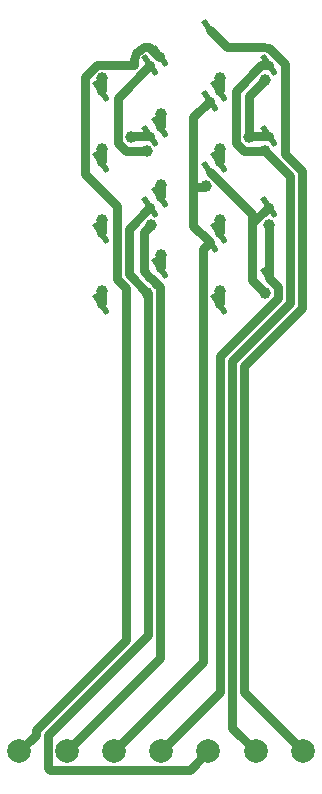
<source format=gbr>
%TF.GenerationSoftware,KiCad,Pcbnew,7.0.1*%
%TF.CreationDate,2024-10-11T19:42:49-04:00*%
%TF.ProjectId,PESTFlex,50455354-466c-4657-982e-6b696361645f,rev?*%
%TF.SameCoordinates,Original*%
%TF.FileFunction,Copper,L1,Top*%
%TF.FilePolarity,Positive*%
%FSLAX46Y46*%
G04 Gerber Fmt 4.6, Leading zero omitted, Abs format (unit mm)*
G04 Created by KiCad (PCBNEW 7.0.1) date 2024-10-11 19:42:49*
%MOMM*%
%LPD*%
G01*
G04 APERTURE LIST*
G04 Aperture macros list*
%AMRoundRect*
0 Rectangle with rounded corners*
0 $1 Rounding radius*
0 $2 $3 $4 $5 $6 $7 $8 $9 X,Y pos of 4 corners*
0 Add a 4 corners polygon primitive as box body*
4,1,4,$2,$3,$4,$5,$6,$7,$8,$9,$2,$3,0*
0 Add four circle primitives for the rounded corners*
1,1,$1+$1,$2,$3*
1,1,$1+$1,$4,$5*
1,1,$1+$1,$6,$7*
1,1,$1+$1,$8,$9*
0 Add four rect primitives between the rounded corners*
20,1,$1+$1,$2,$3,$4,$5,0*
20,1,$1+$1,$4,$5,$6,$7,0*
20,1,$1+$1,$6,$7,$8,$9,0*
20,1,$1+$1,$8,$9,$2,$3,0*%
G04 Aperture macros list end*
%TA.AperFunction,SMDPad,CuDef*%
%ADD10RoundRect,0.125000X-0.604273X0.645061X0.399485X-0.788455X0.604273X-0.645061X-0.399485X0.788455X0*%
%TD*%
%TA.AperFunction,SMDPad,CuDef*%
%ADD11C,2.000000*%
%TD*%
%TA.AperFunction,ViaPad*%
%ADD12C,1.000000*%
%TD*%
%TA.AperFunction,Conductor*%
%ADD13C,0.800000*%
%TD*%
G04 APERTURE END LIST*
D10*
%TO.P,L3,1,1*%
%TO.N,/X0*%
X37088889Y-27903577D03*
%TO.P,L3,2,2*%
%TO.N,Net-(D3-A)*%
X32911111Y-30096423D03*
%TD*%
%TO.P,L1,1,1*%
%TO.N,/Y0*%
X37088889Y-21903577D03*
%TO.P,L1,2,2*%
%TO.N,Net-(D1-A)*%
X32911111Y-24096423D03*
%TD*%
%TO.P,L8,1,1*%
%TO.N,/Y1*%
X47088889Y-33903577D03*
%TO.P,L8,2,2*%
%TO.N,Net-(D8-A)*%
X42911111Y-36096423D03*
%TD*%
%TO.P,L9,1,1*%
%TO.N,/X0*%
X37088889Y-39903577D03*
%TO.P,L9,2,2*%
%TO.N,Net-(D9-A)*%
X32911111Y-42096423D03*
%TD*%
%TO.P,L6,1,1*%
%TO.N,/Y1*%
X37088889Y-33903577D03*
%TO.P,L6,2,2*%
%TO.N,Net-(D6-A)*%
X32911111Y-36096423D03*
%TD*%
%TO.P,L4,1,1*%
%TO.N,/X1*%
X42088889Y-24903577D03*
%TO.P,L4,2,2*%
%TO.N,Net-(D4-A)*%
X37911111Y-27096423D03*
%TD*%
%TO.P,L10,1,1*%
%TO.N,/X1*%
X42088889Y-36903577D03*
%TO.P,L10,2,2*%
%TO.N,Net-(D10-A)*%
X37911111Y-39096423D03*
%TD*%
%TO.P,L11,1,1*%
%TO.N,/X2*%
X47088889Y-39903577D03*
%TO.P,L11,2,2*%
%TO.N,Net-(D11-A)*%
X42911111Y-42096423D03*
%TD*%
%TO.P,L5,1,1*%
%TO.N,/X2*%
X47088889Y-27903577D03*
%TO.P,L5,2,2*%
%TO.N,Net-(D5-A)*%
X42911111Y-30096423D03*
%TD*%
%TO.P,L12,1,1*%
%TO.N,/A0*%
X42088889Y-18903577D03*
%TO.P,L12,2,2*%
%TO.N,/B0*%
X37911111Y-21096423D03*
%TD*%
%TO.P,L7,1,1*%
%TO.N,/Y1*%
X42088889Y-30903577D03*
%TO.P,L7,2,2*%
%TO.N,Net-(D7-A)*%
X37911111Y-33096423D03*
%TD*%
D11*
%TO.P,J1,1,Pin_1*%
%TO.N,/B0*%
X26000000Y-80000000D03*
%TO.P,J1,2,Pin_2*%
%TO.N,/X0*%
X30000000Y-80000000D03*
%TO.P,J1,3,Pin_3*%
%TO.N,/X1*%
X34000000Y-80000000D03*
%TO.P,J1,4,Pin_4*%
%TO.N,/X2*%
X38000000Y-80000000D03*
%TO.P,J1,5,Pin_5*%
%TO.N,/Y1*%
X42000000Y-80000000D03*
%TO.P,J1,6,Pin_6*%
%TO.N,/Y0*%
X46000000Y-80000000D03*
%TO.P,J1,7,Pin_7*%
%TO.N,/A0*%
X50000000Y-80000000D03*
%TD*%
D10*
%TO.P,L2,1,1*%
%TO.N,/Y0*%
X47088889Y-21903577D03*
%TO.P,L2,2,2*%
%TO.N,Net-(D2-A)*%
X42911111Y-24096423D03*
%TD*%
D12*
%TO.N,/X0*%
X37101135Y-35446259D03*
X35410000Y-28000000D03*
%TO.N,Net-(D1-A)*%
X33000000Y-23000000D03*
%TO.N,/X2*%
X46797010Y-23142135D03*
X45410000Y-28000000D03*
X47102678Y-35444716D03*
%TO.N,Net-(D2-A)*%
X43000000Y-23000000D03*
%TO.N,/Y0*%
X46797010Y-29142135D03*
X36798456Y-29144200D03*
%TO.N,Net-(D3-A)*%
X33000000Y-29000000D03*
%TO.N,Net-(D4-A)*%
X38000000Y-26000000D03*
%TO.N,Net-(D5-A)*%
X43000000Y-29000000D03*
%TO.N,Net-(D6-A)*%
X33000000Y-35000000D03*
%TO.N,/X1*%
X41797010Y-32142135D03*
%TO.N,Net-(D7-A)*%
X38000000Y-32000000D03*
%TO.N,Net-(D8-A)*%
X43000000Y-35000000D03*
%TO.N,/Y1*%
X36797010Y-41142135D03*
X46797010Y-41142135D03*
%TO.N,Net-(D9-A)*%
X33000000Y-41000000D03*
%TO.N,Net-(D10-A)*%
X38000000Y-38000000D03*
%TO.N,Net-(D11-A)*%
X43000000Y-41000000D03*
%TD*%
D13*
%TO.N,/A0*%
X43534301Y-20348989D02*
X42088889Y-18903577D01*
X46519557Y-20348989D02*
X43534301Y-20348989D01*
X47111041Y-20453283D02*
X46519557Y-20348989D01*
X48459295Y-21801537D02*
X47111041Y-20453283D01*
X49897010Y-30827921D02*
X48459295Y-29390206D01*
X45000000Y-47323208D02*
X49897010Y-42426198D01*
X45000000Y-75000000D02*
X45000000Y-47323208D01*
X50000000Y-80000000D02*
X45000000Y-75000000D01*
X49897010Y-42426198D02*
X49897010Y-30827921D01*
X48459295Y-29390206D02*
X48459295Y-21801537D01*
%TO.N,/X0*%
X36540705Y-36006689D02*
X37101135Y-35446259D01*
X30000000Y-80000000D02*
X37897010Y-72102990D01*
X37897010Y-40686500D02*
X37114087Y-39903577D01*
X37088889Y-39903577D02*
X36540705Y-39355393D01*
X37088889Y-27903577D02*
X35506423Y-27903577D01*
X36540705Y-39355393D02*
X36540705Y-36006689D01*
X35506423Y-27903577D02*
X35410000Y-28000000D01*
X37897010Y-72102990D02*
X37897010Y-40686500D01*
X37114087Y-39903577D02*
X37088889Y-39903577D01*
%TO.N,Net-(D1-A)*%
X33000000Y-23000000D02*
X33000000Y-24007534D01*
X33000000Y-24007534D02*
X32911111Y-24096423D01*
%TO.N,/X2*%
X43000000Y-75000000D02*
X43000000Y-46494780D01*
X38000000Y-80000000D02*
X43000000Y-75000000D01*
X45410000Y-24529145D02*
X46797010Y-23142135D01*
X47088889Y-39903577D02*
X47088889Y-35458505D01*
X45506423Y-27903577D02*
X45410000Y-28000000D01*
X47897010Y-40686500D02*
X47114087Y-39903577D01*
X47088889Y-27903577D02*
X45506423Y-27903577D01*
X47114087Y-39903577D02*
X47088889Y-39903577D01*
X47088889Y-35458505D02*
X47102678Y-35444716D01*
X47897010Y-41597770D02*
X47897010Y-40686500D01*
X45410000Y-28000000D02*
X45410000Y-24529145D01*
X43000000Y-46494780D02*
X47897010Y-41597770D01*
%TO.N,Net-(D2-A)*%
X43000000Y-23000000D02*
X43000000Y-24007534D01*
X43000000Y-24007534D02*
X42911111Y-24096423D01*
%TO.N,/Y0*%
X34310000Y-24682466D02*
X34310000Y-28455635D01*
X34310000Y-28455635D02*
X34998565Y-29144200D01*
X48897010Y-42011984D02*
X48897010Y-31242135D01*
X44996500Y-29142135D02*
X46797010Y-29142135D01*
X44000000Y-78000000D02*
X44000000Y-46908994D01*
X46000000Y-80000000D02*
X44000000Y-78000000D01*
X37088889Y-21903577D02*
X34310000Y-24682466D01*
X44000000Y-46908994D02*
X48897010Y-42011984D01*
X48897010Y-31242135D02*
X46797010Y-29142135D01*
X46479933Y-21903577D02*
X44310000Y-24073510D01*
X47088889Y-21903577D02*
X46479933Y-21903577D01*
X34998565Y-29144200D02*
X36798456Y-29144200D01*
X44310000Y-28455635D02*
X44996500Y-29142135D01*
X44310000Y-24073510D02*
X44310000Y-28455635D01*
%TO.N,Net-(D3-A)*%
X33000000Y-29000000D02*
X33000000Y-30007534D01*
X33000000Y-30007534D02*
X32911111Y-30096423D01*
%TO.N,Net-(D4-A)*%
X38000000Y-26000000D02*
X38000000Y-27007534D01*
X38000000Y-27007534D02*
X37911111Y-27096423D01*
%TO.N,Net-(D5-A)*%
X43000000Y-30007534D02*
X42911111Y-30096423D01*
X43000000Y-29000000D02*
X43000000Y-30007534D01*
%TO.N,Net-(D6-A)*%
X33000000Y-36007534D02*
X32911111Y-36096423D01*
X33000000Y-35000000D02*
X33000000Y-36007534D01*
%TO.N,/X1*%
X40718483Y-32250000D02*
X40718483Y-26273983D01*
X41689145Y-32250000D02*
X41797010Y-32142135D01*
X34000000Y-80000000D02*
X41540705Y-72459295D01*
X41540705Y-37451761D02*
X42088889Y-36903577D01*
X40718483Y-32250000D02*
X41689145Y-32250000D01*
X41540705Y-72459295D02*
X41540705Y-37451761D01*
X40718483Y-26273983D02*
X42088889Y-24903577D01*
X42088889Y-36903577D02*
X40718483Y-35533171D01*
X40718483Y-35533171D02*
X40718483Y-32250000D01*
%TO.N,Net-(D7-A)*%
X38000000Y-33007534D02*
X37911111Y-33096423D01*
X38000000Y-32000000D02*
X38000000Y-33007534D01*
%TO.N,Net-(D8-A)*%
X43000000Y-35000000D02*
X43000000Y-36007534D01*
X43000000Y-36007534D02*
X42911111Y-36096423D01*
%TO.N,/Y1*%
X35250000Y-39595125D02*
X36797010Y-41142135D01*
X42000000Y-80000000D02*
X40400000Y-81600000D01*
X45718483Y-34507973D02*
X45718483Y-35273983D01*
X36897010Y-41242135D02*
X36797010Y-41142135D01*
X45718483Y-40063608D02*
X46797010Y-41142135D01*
X37088889Y-33903577D02*
X35250000Y-35742466D01*
X42114087Y-30903577D02*
X45718483Y-34507973D01*
X36897010Y-70102990D02*
X36897010Y-41242135D01*
X28400000Y-78600000D02*
X36897010Y-70102990D01*
X47088889Y-33903577D02*
X45718483Y-35273983D01*
X42088889Y-30903577D02*
X42114087Y-30903577D01*
X40400000Y-81600000D02*
X28600000Y-81600000D01*
X45718483Y-35273983D02*
X45718483Y-40063608D01*
X28400000Y-81400000D02*
X28400000Y-78600000D01*
X35250000Y-35742466D02*
X35250000Y-39595125D01*
X28600000Y-81600000D02*
X28400000Y-81400000D01*
%TO.N,Net-(D9-A)*%
X33000000Y-42007534D02*
X32911111Y-42096423D01*
X33000000Y-41000000D02*
X33000000Y-42007534D01*
%TO.N,Net-(D10-A)*%
X38000000Y-39007534D02*
X37911111Y-39096423D01*
X38000000Y-38000000D02*
X38000000Y-39007534D01*
%TO.N,Net-(D11-A)*%
X43000000Y-42007534D02*
X42911111Y-42096423D01*
X43000000Y-41000000D02*
X43000000Y-42007534D01*
%TO.N,/B0*%
X35000000Y-40759339D02*
X34250000Y-40009339D01*
X35718483Y-21859769D02*
X35718483Y-21428363D01*
X36519557Y-20348989D02*
X36948515Y-20348989D01*
X34250000Y-40009339D02*
X34250000Y-33828252D01*
X31540705Y-31118957D02*
X31540705Y-22903660D01*
X31540705Y-22903660D02*
X32544365Y-21900000D01*
X35718483Y-21428363D02*
X35822777Y-20836879D01*
X34250000Y-33828252D02*
X31540705Y-31118957D01*
X37803530Y-21204004D02*
X37911111Y-21096423D01*
X35000000Y-70585786D02*
X35000000Y-40759339D01*
X32544365Y-21900000D02*
X35678252Y-21900000D01*
X35822777Y-20836879D02*
X36519557Y-20348989D01*
X27399999Y-78600001D02*
X27399999Y-78185787D01*
X36948515Y-20348989D02*
X37803530Y-21204004D01*
X27399999Y-78185787D02*
X35000000Y-70585786D01*
X35678252Y-21900000D02*
X35718483Y-21859769D01*
X26000000Y-80000000D02*
X27399999Y-78600001D01*
%TD*%
M02*

</source>
